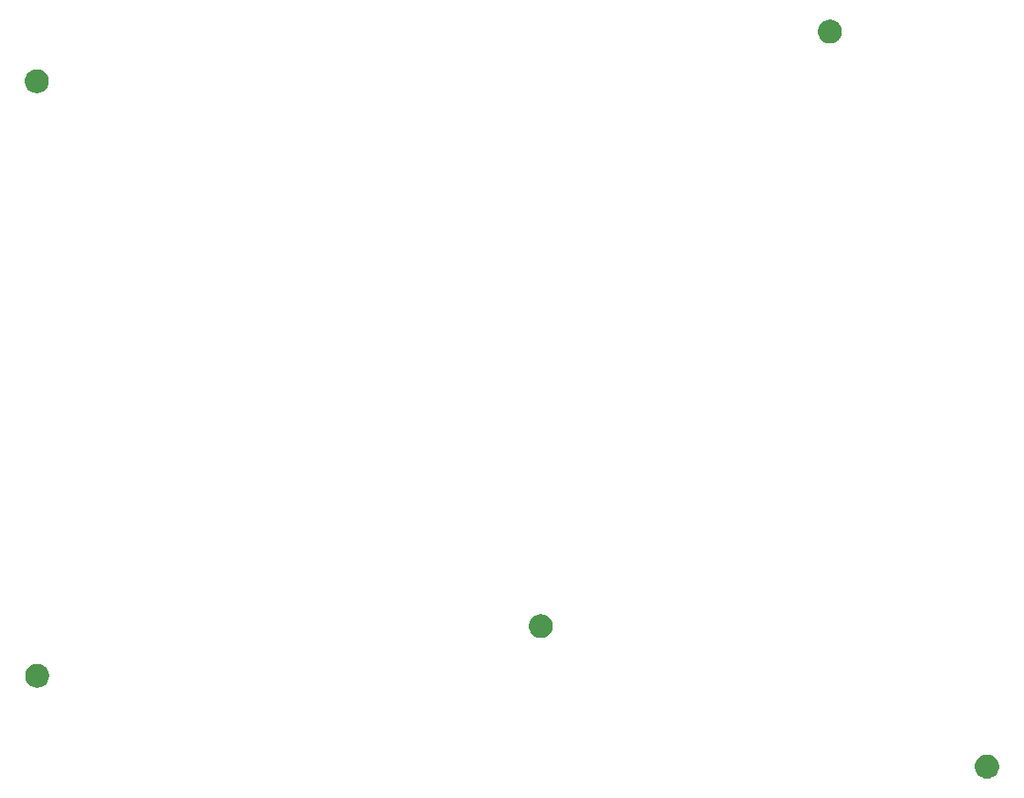
<source format=gbr>
G04 #@! TF.GenerationSoftware,KiCad,Pcbnew,(5.1.6)-1*
G04 #@! TF.CreationDate,2020-09-28T23:30:51+08:00*
G04 #@! TF.ProjectId,Cantaloupe-Plate,43616e74-616c-46f7-9570-652d506c6174,rev?*
G04 #@! TF.SameCoordinates,Original*
G04 #@! TF.FileFunction,Soldermask,Bot*
G04 #@! TF.FilePolarity,Negative*
%FSLAX46Y46*%
G04 Gerber Fmt 4.6, Leading zero omitted, Abs format (unit mm)*
G04 Created by KiCad (PCBNEW (5.1.6)-1) date 2020-09-28 23:30:51*
%MOMM*%
%LPD*%
G01*
G04 APERTURE LIST*
%ADD10C,0.100000*%
G04 APERTURE END LIST*
D10*
G36*
X192470815Y-132532266D02*
G01*
X192582000Y-132554382D01*
X192791469Y-132641147D01*
X192979986Y-132767110D01*
X193140306Y-132927430D01*
X193266269Y-133115947D01*
X193353034Y-133325416D01*
X193397266Y-133547786D01*
X193397266Y-133774514D01*
X193353034Y-133996884D01*
X193266269Y-134206353D01*
X193140306Y-134394870D01*
X192979986Y-134555190D01*
X192791469Y-134681153D01*
X192582000Y-134767918D01*
X192470815Y-134790034D01*
X192359631Y-134812150D01*
X192132901Y-134812150D01*
X192021717Y-134790034D01*
X191910532Y-134767918D01*
X191701063Y-134681153D01*
X191512546Y-134555190D01*
X191352226Y-134394870D01*
X191226263Y-134206353D01*
X191139498Y-133996884D01*
X191095266Y-133774514D01*
X191095266Y-133547786D01*
X191139498Y-133325416D01*
X191226263Y-133115947D01*
X191352226Y-132927430D01*
X191512546Y-132767110D01*
X191701063Y-132641147D01*
X191910532Y-132554382D01*
X192021717Y-132532266D01*
X192132901Y-132510150D01*
X192359631Y-132510150D01*
X192470815Y-132532266D01*
G37*
G36*
X101214965Y-123801016D02*
G01*
X101326150Y-123823132D01*
X101535619Y-123909897D01*
X101724136Y-124035860D01*
X101884456Y-124196180D01*
X102010419Y-124384697D01*
X102097184Y-124594166D01*
X102141416Y-124816536D01*
X102141416Y-125043264D01*
X102097184Y-125265634D01*
X102010419Y-125475103D01*
X101884456Y-125663620D01*
X101724136Y-125823940D01*
X101535619Y-125949903D01*
X101326150Y-126036668D01*
X101214965Y-126058784D01*
X101103781Y-126080900D01*
X100877051Y-126080900D01*
X100765867Y-126058784D01*
X100654682Y-126036668D01*
X100445213Y-125949903D01*
X100256696Y-125823940D01*
X100096376Y-125663620D01*
X99970413Y-125475103D01*
X99883648Y-125265634D01*
X99839416Y-125043264D01*
X99839416Y-124816536D01*
X99883648Y-124594166D01*
X99970413Y-124384697D01*
X100096376Y-124196180D01*
X100256696Y-124035860D01*
X100445213Y-123909897D01*
X100654682Y-123823132D01*
X100765867Y-123801016D01*
X100877051Y-123778900D01*
X101103781Y-123778900D01*
X101214965Y-123801016D01*
G37*
G36*
X149608315Y-119038516D02*
G01*
X149719500Y-119060632D01*
X149928969Y-119147397D01*
X150117486Y-119273360D01*
X150277806Y-119433680D01*
X150403769Y-119622197D01*
X150490534Y-119831666D01*
X150534766Y-120054036D01*
X150534766Y-120280764D01*
X150490534Y-120503134D01*
X150403769Y-120712603D01*
X150277806Y-120901120D01*
X150117486Y-121061440D01*
X149928969Y-121187403D01*
X149719500Y-121274168D01*
X149608315Y-121296284D01*
X149497131Y-121318400D01*
X149270401Y-121318400D01*
X149159217Y-121296284D01*
X149048032Y-121274168D01*
X148838563Y-121187403D01*
X148650046Y-121061440D01*
X148489726Y-120901120D01*
X148363763Y-120712603D01*
X148276998Y-120503134D01*
X148232766Y-120280764D01*
X148232766Y-120054036D01*
X148276998Y-119831666D01*
X148363763Y-119622197D01*
X148489726Y-119433680D01*
X148650046Y-119273360D01*
X148838563Y-119147397D01*
X149048032Y-119060632D01*
X149159217Y-119038516D01*
X149270401Y-119016400D01*
X149497131Y-119016400D01*
X149608315Y-119038516D01*
G37*
G36*
X101189557Y-66651016D02*
G01*
X101300742Y-66673132D01*
X101510211Y-66759897D01*
X101698728Y-66885860D01*
X101859048Y-67046180D01*
X101985011Y-67234697D01*
X102071776Y-67444166D01*
X102116008Y-67666536D01*
X102116008Y-67893264D01*
X102071776Y-68115634D01*
X101985011Y-68325103D01*
X101859048Y-68513620D01*
X101698728Y-68673940D01*
X101510211Y-68799903D01*
X101300742Y-68886668D01*
X101189557Y-68908784D01*
X101078373Y-68930900D01*
X100851643Y-68930900D01*
X100740459Y-68908784D01*
X100629274Y-68886668D01*
X100419805Y-68799903D01*
X100231288Y-68673940D01*
X100070968Y-68513620D01*
X99945005Y-68325103D01*
X99858240Y-68115634D01*
X99814008Y-67893264D01*
X99814008Y-67666536D01*
X99858240Y-67444166D01*
X99945005Y-67234697D01*
X100070968Y-67046180D01*
X100231288Y-66885860D01*
X100419805Y-66759897D01*
X100629274Y-66673132D01*
X100740459Y-66651016D01*
X100851643Y-66628900D01*
X101078373Y-66628900D01*
X101189557Y-66651016D01*
G37*
G36*
X177389557Y-61888516D02*
G01*
X177500742Y-61910632D01*
X177710211Y-61997397D01*
X177898728Y-62123360D01*
X178059048Y-62283680D01*
X178185011Y-62472197D01*
X178271776Y-62681666D01*
X178316008Y-62904036D01*
X178316008Y-63130764D01*
X178271776Y-63353134D01*
X178185011Y-63562603D01*
X178059048Y-63751120D01*
X177898728Y-63911440D01*
X177710211Y-64037403D01*
X177500742Y-64124168D01*
X177389557Y-64146284D01*
X177278373Y-64168400D01*
X177051643Y-64168400D01*
X176940459Y-64146284D01*
X176829274Y-64124168D01*
X176619805Y-64037403D01*
X176431288Y-63911440D01*
X176270968Y-63751120D01*
X176145005Y-63562603D01*
X176058240Y-63353134D01*
X176014008Y-63130764D01*
X176014008Y-62904036D01*
X176058240Y-62681666D01*
X176145005Y-62472197D01*
X176270968Y-62283680D01*
X176431288Y-62123360D01*
X176619805Y-61997397D01*
X176829274Y-61910632D01*
X176940459Y-61888516D01*
X177051643Y-61866400D01*
X177278373Y-61866400D01*
X177389557Y-61888516D01*
G37*
M02*

</source>
